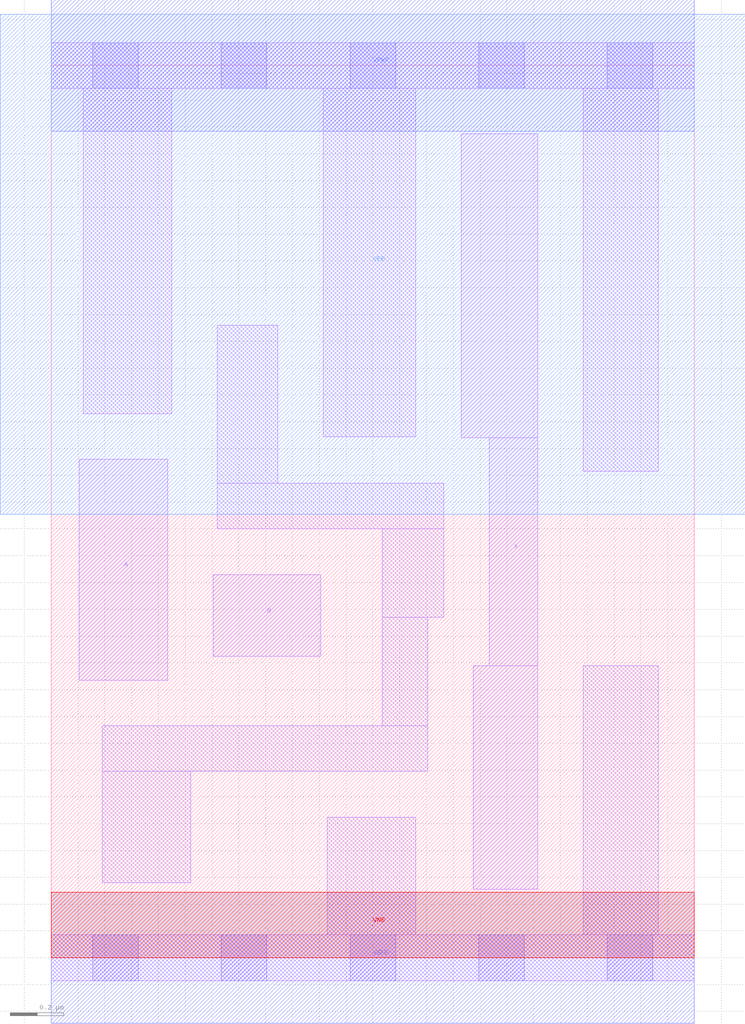
<source format=lef>
# Copyright 2020 The SkyWater PDK Authors
#
# Licensed under the Apache License, Version 2.0 (the "License");
# you may not use this file except in compliance with the License.
# You may obtain a copy of the License at
#
#     https://www.apache.org/licenses/LICENSE-2.0
#
# Unless required by applicable law or agreed to in writing, software
# distributed under the License is distributed on an "AS IS" BASIS,
# WITHOUT WARRANTIES OR CONDITIONS OF ANY KIND, either express or implied.
# See the License for the specific language governing permissions and
# limitations under the License.
#
# SPDX-License-Identifier: Apache-2.0

VERSION 5.7 ;
  NOWIREEXTENSIONATPIN ON ;
  DIVIDERCHAR "/" ;
  BUSBITCHARS "[]" ;
MACRO sky130_fd_sc_lp__and2_2
  CLASS CORE ;
  FOREIGN sky130_fd_sc_lp__and2_2 ;
  ORIGIN  0.000000  0.000000 ;
  SIZE  2.400000 BY  3.330000 ;
  SYMMETRY X Y R90 ;
  SITE unit ;
  PIN A
    ANTENNAGATEAREA  0.126000 ;
    DIRECTION INPUT ;
    USE SIGNAL ;
    PORT
      LAYER li1 ;
        RECT 0.105000 1.035000 0.435000 1.860000 ;
    END
  END A
  PIN B
    ANTENNAGATEAREA  0.126000 ;
    DIRECTION INPUT ;
    USE SIGNAL ;
    PORT
      LAYER li1 ;
        RECT 0.605000 1.125000 1.005000 1.430000 ;
    END
  END B
  PIN X
    ANTENNADIFFAREA  0.588000 ;
    DIRECTION OUTPUT ;
    USE SIGNAL ;
    PORT
      LAYER li1 ;
        RECT 1.530000 1.940000 1.815000 3.075000 ;
        RECT 1.575000 0.255000 1.815000 1.090000 ;
        RECT 1.635000 1.090000 1.815000 1.940000 ;
    END
  END X
  PIN VGND
    DIRECTION INOUT ;
    USE GROUND ;
    PORT
      LAYER met1 ;
        RECT 0.000000 -0.245000 2.400000 0.245000 ;
    END
  END VGND
  PIN VNB
    DIRECTION INOUT ;
    USE GROUND ;
    PORT
      LAYER pwell ;
        RECT 0.000000 0.000000 2.400000 0.245000 ;
    END
  END VNB
  PIN VPB
    DIRECTION INOUT ;
    USE POWER ;
    PORT
      LAYER nwell ;
        RECT -0.190000 1.655000 2.590000 3.520000 ;
    END
  END VPB
  PIN VPWR
    DIRECTION INOUT ;
    USE POWER ;
    PORT
      LAYER met1 ;
        RECT 0.000000 3.085000 2.400000 3.575000 ;
    END
  END VPWR
  OBS
    LAYER li1 ;
      RECT 0.000000 -0.085000 2.400000 0.085000 ;
      RECT 0.000000  3.245000 2.400000 3.415000 ;
      RECT 0.120000  2.030000 0.450000 3.245000 ;
      RECT 0.190000  0.280000 0.520000 0.695000 ;
      RECT 0.190000  0.695000 1.405000 0.865000 ;
      RECT 0.620000  1.600000 1.465000 1.770000 ;
      RECT 0.620000  1.770000 0.845000 2.360000 ;
      RECT 1.015000  1.945000 1.360000 3.245000 ;
      RECT 1.030000  0.085000 1.360000 0.525000 ;
      RECT 1.235000  0.865000 1.405000 1.270000 ;
      RECT 1.235000  1.270000 1.465000 1.600000 ;
      RECT 1.985000  0.085000 2.265000 1.090000 ;
      RECT 1.985000  1.815000 2.265000 3.245000 ;
    LAYER mcon ;
      RECT 0.155000 -0.085000 0.325000 0.085000 ;
      RECT 0.155000  3.245000 0.325000 3.415000 ;
      RECT 0.635000 -0.085000 0.805000 0.085000 ;
      RECT 0.635000  3.245000 0.805000 3.415000 ;
      RECT 1.115000 -0.085000 1.285000 0.085000 ;
      RECT 1.115000  3.245000 1.285000 3.415000 ;
      RECT 1.595000 -0.085000 1.765000 0.085000 ;
      RECT 1.595000  3.245000 1.765000 3.415000 ;
      RECT 2.075000 -0.085000 2.245000 0.085000 ;
      RECT 2.075000  3.245000 2.245000 3.415000 ;
  END
END sky130_fd_sc_lp__and2_2
END LIBRARY

</source>
